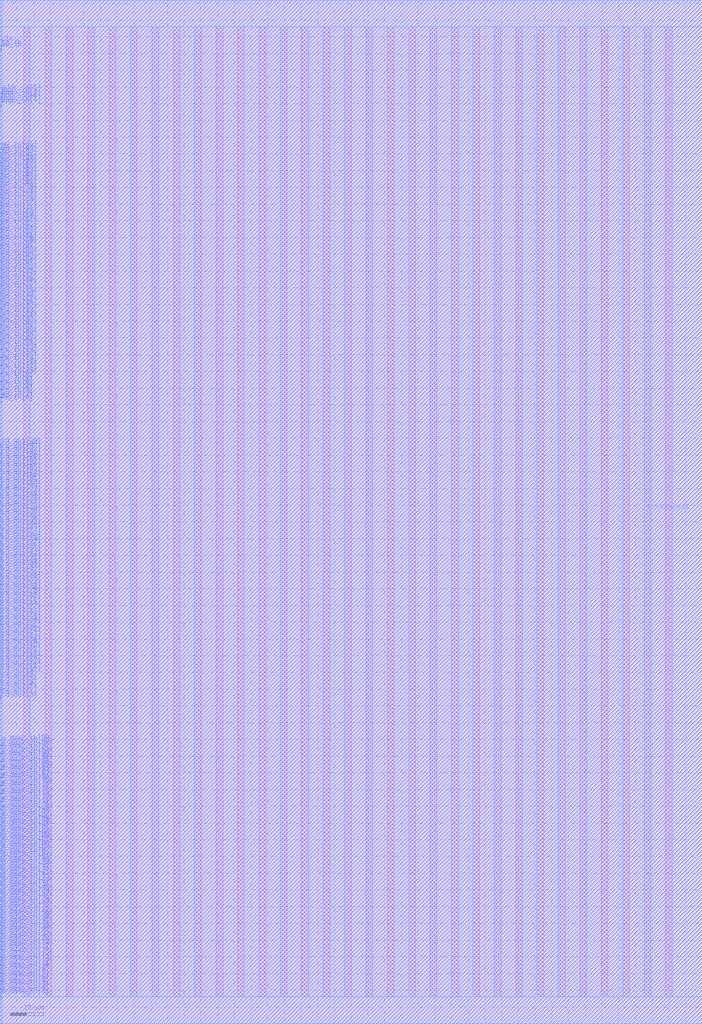
<source format=lef>
VERSION 5.7 ;
BUSBITCHARS "[]" ;
MACRO fakeram130_64x96
  FOREIGN fakeram130_64x96 0 0 ;
  SYMMETRY X Y R90 ;
  SIZE 210.000 BY 306.000 ;
  CLASS BLOCK ;
  PIN w_mask_in[0]
    DIRECTION INPUT ;
    USE SIGNAL ;
    SHAPE ABUTMENT ;
    PORT
      LAYER met3 ;
      RECT 0.000 7.750 0.500 8.250 ;
    END
  END w_mask_in[0]
  PIN w_mask_in[1]
    DIRECTION INPUT ;
    USE SIGNAL ;
    SHAPE ABUTMENT ;
    PORT
      LAYER met3 ;
      RECT 0.000 8.550 0.500 9.050 ;
    END
  END w_mask_in[1]
  PIN w_mask_in[2]
    DIRECTION INPUT ;
    USE SIGNAL ;
    SHAPE ABUTMENT ;
    PORT
      LAYER met3 ;
      RECT 0.000 9.350 0.500 9.850 ;
    END
  END w_mask_in[2]
  PIN w_mask_in[3]
    DIRECTION INPUT ;
    USE SIGNAL ;
    SHAPE ABUTMENT ;
    PORT
      LAYER met3 ;
      RECT 0.000 10.150 0.500 10.650 ;
    END
  END w_mask_in[3]
  PIN w_mask_in[4]
    DIRECTION INPUT ;
    USE SIGNAL ;
    SHAPE ABUTMENT ;
    PORT
      LAYER met3 ;
      RECT 0.000 10.950 0.500 11.450 ;
    END
  END w_mask_in[4]
  PIN w_mask_in[5]
    DIRECTION INPUT ;
    USE SIGNAL ;
    SHAPE ABUTMENT ;
    PORT
      LAYER met3 ;
      RECT 0.000 11.750 0.500 12.250 ;
    END
  END w_mask_in[5]
  PIN w_mask_in[6]
    DIRECTION INPUT ;
    USE SIGNAL ;
    SHAPE ABUTMENT ;
    PORT
      LAYER met3 ;
      RECT 0.000 12.550 0.500 13.050 ;
    END
  END w_mask_in[6]
  PIN w_mask_in[7]
    DIRECTION INPUT ;
    USE SIGNAL ;
    SHAPE ABUTMENT ;
    PORT
      LAYER met3 ;
      RECT 0.000 13.350 0.500 13.850 ;
    END
  END w_mask_in[7]
  PIN w_mask_in[8]
    DIRECTION INPUT ;
    USE SIGNAL ;
    SHAPE ABUTMENT ;
    PORT
      LAYER met3 ;
      RECT 0.000 14.150 0.500 14.650 ;
    END
  END w_mask_in[8]
  PIN w_mask_in[9]
    DIRECTION INPUT ;
    USE SIGNAL ;
    SHAPE ABUTMENT ;
    PORT
      LAYER met3 ;
      RECT 0.000 14.950 0.500 15.450 ;
    END
  END w_mask_in[9]
  PIN w_mask_in[10]
    DIRECTION INPUT ;
    USE SIGNAL ;
    SHAPE ABUTMENT ;
    PORT
      LAYER met3 ;
      RECT 0.000 15.750 0.500 16.250 ;
    END
  END w_mask_in[10]
  PIN w_mask_in[11]
    DIRECTION INPUT ;
    USE SIGNAL ;
    SHAPE ABUTMENT ;
    PORT
      LAYER met3 ;
      RECT 0.000 16.550 0.500 17.050 ;
    END
  END w_mask_in[11]
  PIN w_mask_in[12]
    DIRECTION INPUT ;
    USE SIGNAL ;
    SHAPE ABUTMENT ;
    PORT
      LAYER met3 ;
      RECT 0.000 17.350 0.500 17.850 ;
    END
  END w_mask_in[12]
  PIN w_mask_in[13]
    DIRECTION INPUT ;
    USE SIGNAL ;
    SHAPE ABUTMENT ;
    PORT
      LAYER met3 ;
      RECT 0.000 18.150 0.500 18.650 ;
    END
  END w_mask_in[13]
  PIN w_mask_in[14]
    DIRECTION INPUT ;
    USE SIGNAL ;
    SHAPE ABUTMENT ;
    PORT
      LAYER met3 ;
      RECT 0.000 18.950 0.500 19.450 ;
    END
  END w_mask_in[14]
  PIN w_mask_in[15]
    DIRECTION INPUT ;
    USE SIGNAL ;
    SHAPE ABUTMENT ;
    PORT
      LAYER met3 ;
      RECT 0.000 19.750 0.500 20.250 ;
    END
  END w_mask_in[15]
  PIN w_mask_in[16]
    DIRECTION INPUT ;
    USE SIGNAL ;
    SHAPE ABUTMENT ;
    PORT
      LAYER met3 ;
      RECT 0.000 20.550 0.500 21.050 ;
    END
  END w_mask_in[16]
  PIN w_mask_in[17]
    DIRECTION INPUT ;
    USE SIGNAL ;
    SHAPE ABUTMENT ;
    PORT
      LAYER met3 ;
      RECT 0.000 21.350 0.500 21.850 ;
    END
  END w_mask_in[17]
  PIN w_mask_in[18]
    DIRECTION INPUT ;
    USE SIGNAL ;
    SHAPE ABUTMENT ;
    PORT
      LAYER met3 ;
      RECT 0.000 22.150 0.500 22.650 ;
    END
  END w_mask_in[18]
  PIN w_mask_in[19]
    DIRECTION INPUT ;
    USE SIGNAL ;
    SHAPE ABUTMENT ;
    PORT
      LAYER met3 ;
      RECT 0.000 22.950 0.500 23.450 ;
    END
  END w_mask_in[19]
  PIN w_mask_in[20]
    DIRECTION INPUT ;
    USE SIGNAL ;
    SHAPE ABUTMENT ;
    PORT
      LAYER met3 ;
      RECT 0.000 23.750 0.500 24.250 ;
    END
  END w_mask_in[20]
  PIN w_mask_in[21]
    DIRECTION INPUT ;
    USE SIGNAL ;
    SHAPE ABUTMENT ;
    PORT
      LAYER met3 ;
      RECT 0.000 24.550 0.500 25.050 ;
    END
  END w_mask_in[21]
  PIN w_mask_in[22]
    DIRECTION INPUT ;
    USE SIGNAL ;
    SHAPE ABUTMENT ;
    PORT
      LAYER met3 ;
      RECT 0.000 25.350 0.500 25.850 ;
    END
  END w_mask_in[22]
  PIN w_mask_in[23]
    DIRECTION INPUT ;
    USE SIGNAL ;
    SHAPE ABUTMENT ;
    PORT
      LAYER met3 ;
      RECT 0.000 26.150 0.500 26.650 ;
    END
  END w_mask_in[23]
  PIN w_mask_in[24]
    DIRECTION INPUT ;
    USE SIGNAL ;
    SHAPE ABUTMENT ;
    PORT
      LAYER met3 ;
      RECT 0.000 26.950 0.500 27.450 ;
    END
  END w_mask_in[24]
  PIN w_mask_in[25]
    DIRECTION INPUT ;
    USE SIGNAL ;
    SHAPE ABUTMENT ;
    PORT
      LAYER met3 ;
      RECT 0.000 27.750 0.500 28.250 ;
    END
  END w_mask_in[25]
  PIN w_mask_in[26]
    DIRECTION INPUT ;
    USE SIGNAL ;
    SHAPE ABUTMENT ;
    PORT
      LAYER met3 ;
      RECT 0.000 28.550 0.500 29.050 ;
    END
  END w_mask_in[26]
  PIN w_mask_in[27]
    DIRECTION INPUT ;
    USE SIGNAL ;
    SHAPE ABUTMENT ;
    PORT
      LAYER met3 ;
      RECT 0.000 29.350 0.500 29.850 ;
    END
  END w_mask_in[27]
  PIN w_mask_in[28]
    DIRECTION INPUT ;
    USE SIGNAL ;
    SHAPE ABUTMENT ;
    PORT
      LAYER met3 ;
      RECT 0.000 30.150 0.500 30.650 ;
    END
  END w_mask_in[28]
  PIN w_mask_in[29]
    DIRECTION INPUT ;
    USE SIGNAL ;
    SHAPE ABUTMENT ;
    PORT
      LAYER met3 ;
      RECT 0.000 30.950 0.500 31.450 ;
    END
  END w_mask_in[29]
  PIN w_mask_in[30]
    DIRECTION INPUT ;
    USE SIGNAL ;
    SHAPE ABUTMENT ;
    PORT
      LAYER met3 ;
      RECT 0.000 31.750 0.500 32.250 ;
    END
  END w_mask_in[30]
  PIN w_mask_in[31]
    DIRECTION INPUT ;
    USE SIGNAL ;
    SHAPE ABUTMENT ;
    PORT
      LAYER met3 ;
      RECT 0.000 32.550 0.500 33.050 ;
    END
  END w_mask_in[31]
  PIN w_mask_in[32]
    DIRECTION INPUT ;
    USE SIGNAL ;
    SHAPE ABUTMENT ;
    PORT
      LAYER met3 ;
      RECT 0.000 33.350 0.500 33.850 ;
    END
  END w_mask_in[32]
  PIN w_mask_in[33]
    DIRECTION INPUT ;
    USE SIGNAL ;
    SHAPE ABUTMENT ;
    PORT
      LAYER met3 ;
      RECT 0.000 34.150 0.500 34.650 ;
    END
  END w_mask_in[33]
  PIN w_mask_in[34]
    DIRECTION INPUT ;
    USE SIGNAL ;
    SHAPE ABUTMENT ;
    PORT
      LAYER met3 ;
      RECT 0.000 34.950 0.500 35.450 ;
    END
  END w_mask_in[34]
  PIN w_mask_in[35]
    DIRECTION INPUT ;
    USE SIGNAL ;
    SHAPE ABUTMENT ;
    PORT
      LAYER met3 ;
      RECT 0.000 35.750 0.500 36.250 ;
    END
  END w_mask_in[35]
  PIN w_mask_in[36]
    DIRECTION INPUT ;
    USE SIGNAL ;
    SHAPE ABUTMENT ;
    PORT
      LAYER met3 ;
      RECT 0.000 36.550 0.500 37.050 ;
    END
  END w_mask_in[36]
  PIN w_mask_in[37]
    DIRECTION INPUT ;
    USE SIGNAL ;
    SHAPE ABUTMENT ;
    PORT
      LAYER met3 ;
      RECT 0.000 37.350 0.500 37.850 ;
    END
  END w_mask_in[37]
  PIN w_mask_in[38]
    DIRECTION INPUT ;
    USE SIGNAL ;
    SHAPE ABUTMENT ;
    PORT
      LAYER met3 ;
      RECT 0.000 38.150 0.500 38.650 ;
    END
  END w_mask_in[38]
  PIN w_mask_in[39]
    DIRECTION INPUT ;
    USE SIGNAL ;
    SHAPE ABUTMENT ;
    PORT
      LAYER met3 ;
      RECT 0.000 38.950 0.500 39.450 ;
    END
  END w_mask_in[39]
  PIN w_mask_in[40]
    DIRECTION INPUT ;
    USE SIGNAL ;
    SHAPE ABUTMENT ;
    PORT
      LAYER met3 ;
      RECT 0.000 39.750 0.500 40.250 ;
    END
  END w_mask_in[40]
  PIN w_mask_in[41]
    DIRECTION INPUT ;
    USE SIGNAL ;
    SHAPE ABUTMENT ;
    PORT
      LAYER met3 ;
      RECT 0.000 40.550 0.500 41.050 ;
    END
  END w_mask_in[41]
  PIN w_mask_in[42]
    DIRECTION INPUT ;
    USE SIGNAL ;
    SHAPE ABUTMENT ;
    PORT
      LAYER met3 ;
      RECT 0.000 41.350 0.500 41.850 ;
    END
  END w_mask_in[42]
  PIN w_mask_in[43]
    DIRECTION INPUT ;
    USE SIGNAL ;
    SHAPE ABUTMENT ;
    PORT
      LAYER met3 ;
      RECT 0.000 42.150 0.500 42.650 ;
    END
  END w_mask_in[43]
  PIN w_mask_in[44]
    DIRECTION INPUT ;
    USE SIGNAL ;
    SHAPE ABUTMENT ;
    PORT
      LAYER met3 ;
      RECT 0.000 42.950 0.500 43.450 ;
    END
  END w_mask_in[44]
  PIN w_mask_in[45]
    DIRECTION INPUT ;
    USE SIGNAL ;
    SHAPE ABUTMENT ;
    PORT
      LAYER met3 ;
      RECT 0.000 43.750 0.500 44.250 ;
    END
  END w_mask_in[45]
  PIN w_mask_in[46]
    DIRECTION INPUT ;
    USE SIGNAL ;
    SHAPE ABUTMENT ;
    PORT
      LAYER met3 ;
      RECT 0.000 44.550 0.500 45.050 ;
    END
  END w_mask_in[46]
  PIN w_mask_in[47]
    DIRECTION INPUT ;
    USE SIGNAL ;
    SHAPE ABUTMENT ;
    PORT
      LAYER met3 ;
      RECT 0.000 45.350 0.500 45.850 ;
    END
  END w_mask_in[47]
  PIN w_mask_in[48]
    DIRECTION INPUT ;
    USE SIGNAL ;
    SHAPE ABUTMENT ;
    PORT
      LAYER met3 ;
      RECT 0.000 46.150 0.500 46.650 ;
    END
  END w_mask_in[48]
  PIN w_mask_in[49]
    DIRECTION INPUT ;
    USE SIGNAL ;
    SHAPE ABUTMENT ;
    PORT
      LAYER met3 ;
      RECT 0.000 46.950 0.500 47.450 ;
    END
  END w_mask_in[49]
  PIN w_mask_in[50]
    DIRECTION INPUT ;
    USE SIGNAL ;
    SHAPE ABUTMENT ;
    PORT
      LAYER met3 ;
      RECT 0.000 47.750 0.500 48.250 ;
    END
  END w_mask_in[50]
  PIN w_mask_in[51]
    DIRECTION INPUT ;
    USE SIGNAL ;
    SHAPE ABUTMENT ;
    PORT
      LAYER met3 ;
      RECT 0.000 48.550 0.500 49.050 ;
    END
  END w_mask_in[51]
  PIN w_mask_in[52]
    DIRECTION INPUT ;
    USE SIGNAL ;
    SHAPE ABUTMENT ;
    PORT
      LAYER met3 ;
      RECT 0.000 49.350 0.500 49.850 ;
    END
  END w_mask_in[52]
  PIN w_mask_in[53]
    DIRECTION INPUT ;
    USE SIGNAL ;
    SHAPE ABUTMENT ;
    PORT
      LAYER met3 ;
      RECT 0.000 50.150 0.500 50.650 ;
    END
  END w_mask_in[53]
  PIN w_mask_in[54]
    DIRECTION INPUT ;
    USE SIGNAL ;
    SHAPE ABUTMENT ;
    PORT
      LAYER met3 ;
      RECT 0.000 50.950 0.500 51.450 ;
    END
  END w_mask_in[54]
  PIN w_mask_in[55]
    DIRECTION INPUT ;
    USE SIGNAL ;
    SHAPE ABUTMENT ;
    PORT
      LAYER met3 ;
      RECT 0.000 51.750 0.500 52.250 ;
    END
  END w_mask_in[55]
  PIN w_mask_in[56]
    DIRECTION INPUT ;
    USE SIGNAL ;
    SHAPE ABUTMENT ;
    PORT
      LAYER met3 ;
      RECT 0.000 52.550 0.500 53.050 ;
    END
  END w_mask_in[56]
  PIN w_mask_in[57]
    DIRECTION INPUT ;
    USE SIGNAL ;
    SHAPE ABUTMENT ;
    PORT
      LAYER met3 ;
      RECT 0.000 53.350 0.500 53.850 ;
    END
  END w_mask_in[57]
  PIN w_mask_in[58]
    DIRECTION INPUT ;
    USE SIGNAL ;
    SHAPE ABUTMENT ;
    PORT
      LAYER met3 ;
      RECT 0.000 54.150 0.500 54.650 ;
    END
  END w_mask_in[58]
  PIN w_mask_in[59]
    DIRECTION INPUT ;
    USE SIGNAL ;
    SHAPE ABUTMENT ;
    PORT
      LAYER met3 ;
      RECT 0.000 54.950 0.500 55.450 ;
    END
  END w_mask_in[59]
  PIN w_mask_in[60]
    DIRECTION INPUT ;
    USE SIGNAL ;
    SHAPE ABUTMENT ;
    PORT
      LAYER met3 ;
      RECT 0.000 55.750 0.500 56.250 ;
    END
  END w_mask_in[60]
  PIN w_mask_in[61]
    DIRECTION INPUT ;
    USE SIGNAL ;
    SHAPE ABUTMENT ;
    PORT
      LAYER met3 ;
      RECT 0.000 56.550 0.500 57.050 ;
    END
  END w_mask_in[61]
  PIN w_mask_in[62]
    DIRECTION INPUT ;
    USE SIGNAL ;
    SHAPE ABUTMENT ;
    PORT
      LAYER met3 ;
      RECT 0.000 57.350 0.500 57.850 ;
    END
  END w_mask_in[62]
  PIN w_mask_in[63]
    DIRECTION INPUT ;
    USE SIGNAL ;
    SHAPE ABUTMENT ;
    PORT
      LAYER met3 ;
      RECT 0.000 58.150 0.500 58.650 ;
    END
  END w_mask_in[63]
  PIN w_mask_in[64]
    DIRECTION INPUT ;
    USE SIGNAL ;
    SHAPE ABUTMENT ;
    PORT
      LAYER met3 ;
      RECT 0.000 58.950 0.500 59.450 ;
    END
  END w_mask_in[64]
  PIN w_mask_in[65]
    DIRECTION INPUT ;
    USE SIGNAL ;
    SHAPE ABUTMENT ;
    PORT
      LAYER met3 ;
      RECT 0.000 59.750 0.500 60.250 ;
    END
  END w_mask_in[65]
  PIN w_mask_in[66]
    DIRECTION INPUT ;
    USE SIGNAL ;
    SHAPE ABUTMENT ;
    PORT
      LAYER met3 ;
      RECT 0.000 60.550 0.500 61.050 ;
    END
  END w_mask_in[66]
  PIN w_mask_in[67]
    DIRECTION INPUT ;
    USE SIGNAL ;
    SHAPE ABUTMENT ;
    PORT
      LAYER met3 ;
      RECT 0.000 61.350 0.500 61.850 ;
    END
  END w_mask_in[67]
  PIN w_mask_in[68]
    DIRECTION INPUT ;
    USE SIGNAL ;
    SHAPE ABUTMENT ;
    PORT
      LAYER met3 ;
      RECT 0.000 62.150 0.500 62.650 ;
    END
  END w_mask_in[68]
  PIN w_mask_in[69]
    DIRECTION INPUT ;
    USE SIGNAL ;
    SHAPE ABUTMENT ;
    PORT
      LAYER met3 ;
      RECT 0.000 62.950 0.500 63.450 ;
    END
  END w_mask_in[69]
  PIN w_mask_in[70]
    DIRECTION INPUT ;
    USE SIGNAL ;
    SHAPE ABUTMENT ;
    PORT
      LAYER met3 ;
      RECT 0.000 63.750 0.500 64.250 ;
    END
  END w_mask_in[70]
  PIN w_mask_in[71]
    DIRECTION INPUT ;
    USE SIGNAL ;
    SHAPE ABUTMENT ;
    PORT
      LAYER met3 ;
      RECT 0.000 64.550 0.500 65.050 ;
    END
  END w_mask_in[71]
  PIN w_mask_in[72]
    DIRECTION INPUT ;
    USE SIGNAL ;
    SHAPE ABUTMENT ;
    PORT
      LAYER met3 ;
      RECT 0.000 65.350 0.500 65.850 ;
    END
  END w_mask_in[72]
  PIN w_mask_in[73]
    DIRECTION INPUT ;
    USE SIGNAL ;
    SHAPE ABUTMENT ;
    PORT
      LAYER met3 ;
      RECT 0.000 66.150 0.500 66.650 ;
    END
  END w_mask_in[73]
  PIN w_mask_in[74]
    DIRECTION INPUT ;
    USE SIGNAL ;
    SHAPE ABUTMENT ;
    PORT
      LAYER met3 ;
      RECT 0.000 66.950 0.500 67.450 ;
    END
  END w_mask_in[74]
  PIN w_mask_in[75]
    DIRECTION INPUT ;
    USE SIGNAL ;
    SHAPE ABUTMENT ;
    PORT
      LAYER met3 ;
      RECT 0.000 67.750 0.500 68.250 ;
    END
  END w_mask_in[75]
  PIN w_mask_in[76]
    DIRECTION INPUT ;
    USE SIGNAL ;
    SHAPE ABUTMENT ;
    PORT
      LAYER met3 ;
      RECT 0.000 68.550 0.500 69.050 ;
    END
  END w_mask_in[76]
  PIN w_mask_in[77]
    DIRECTION INPUT ;
    USE SIGNAL ;
    SHAPE ABUTMENT ;
    PORT
      LAYER met3 ;
      RECT 0.000 69.350 0.500 69.850 ;
    END
  END w_mask_in[77]
  PIN w_mask_in[78]
    DIRECTION INPUT ;
    USE SIGNAL ;
    SHAPE ABUTMENT ;
    PORT
      LAYER met3 ;
      RECT 0.000 70.150 0.500 70.650 ;
    END
  END w_mask_in[78]
  PIN w_mask_in[79]
    DIRECTION INPUT ;
    USE SIGNAL ;
    SHAPE ABUTMENT ;
    PORT
      LAYER met3 ;
      RECT 0.000 70.950 0.500 71.450 ;
    END
  END w_mask_in[79]
  PIN w_mask_in[80]
    DIRECTION INPUT ;
    USE SIGNAL ;
    SHAPE ABUTMENT ;
    PORT
      LAYER met3 ;
      RECT 0.000 71.750 0.500 72.250 ;
    END
  END w_mask_in[80]
  PIN w_mask_in[81]
    DIRECTION INPUT ;
    USE SIGNAL ;
    SHAPE ABUTMENT ;
    PORT
      LAYER met3 ;
      RECT 0.000 72.550 0.500 73.050 ;
    END
  END w_mask_in[81]
  PIN w_mask_in[82]
    DIRECTION INPUT ;
    USE SIGNAL ;
    SHAPE ABUTMENT ;
    PORT
      LAYER met3 ;
      RECT 0.000 73.350 0.500 73.850 ;
    END
  END w_mask_in[82]
  PIN w_mask_in[83]
    DIRECTION INPUT ;
    USE SIGNAL ;
    SHAPE ABUTMENT ;
    PORT
      LAYER met3 ;
      RECT 0.000 74.150 0.500 74.650 ;
    END
  END w_mask_in[83]
  PIN w_mask_in[84]
    DIRECTION INPUT ;
    USE SIGNAL ;
    SHAPE ABUTMENT ;
    PORT
      LAYER met3 ;
      RECT 0.000 74.950 0.500 75.450 ;
    END
  END w_mask_in[84]
  PIN w_mask_in[85]
    DIRECTION INPUT ;
    USE SIGNAL ;
    SHAPE ABUTMENT ;
    PORT
      LAYER met3 ;
      RECT 0.000 75.750 0.500 76.250 ;
    END
  END w_mask_in[85]
  PIN w_mask_in[86]
    DIRECTION INPUT ;
    USE SIGNAL ;
    SHAPE ABUTMENT ;
    PORT
      LAYER met3 ;
      RECT 0.000 76.550 0.500 77.050 ;
    END
  END w_mask_in[86]
  PIN w_mask_in[87]
    DIRECTION INPUT ;
    USE SIGNAL ;
    SHAPE ABUTMENT ;
    PORT
      LAYER met3 ;
      RECT 0.000 77.350 0.500 77.850 ;
    END
  END w_mask_in[87]
  PIN w_mask_in[88]
    DIRECTION INPUT ;
    USE SIGNAL ;
    SHAPE ABUTMENT ;
    PORT
      LAYER met3 ;
      RECT 0.000 78.150 0.500 78.650 ;
    END
  END w_mask_in[88]
  PIN w_mask_in[89]
    DIRECTION INPUT ;
    USE SIGNAL ;
    SHAPE ABUTMENT ;
    PORT
      LAYER met3 ;
      RECT 0.000 78.950 0.500 79.450 ;
    END
  END w_mask_in[89]
  PIN w_mask_in[90]
    DIRECTION INPUT ;
    USE SIGNAL ;
    SHAPE ABUTMENT ;
    PORT
      LAYER met3 ;
      RECT 0.000 79.750 0.500 80.250 ;
    END
  END w_mask_in[90]
  PIN w_mask_in[91]
    DIRECTION INPUT ;
    USE SIGNAL ;
    SHAPE ABUTMENT ;
    PORT
      LAYER met3 ;
      RECT 0.000 80.550 0.500 81.050 ;
    END
  END w_mask_in[91]
  PIN w_mask_in[92]
    DIRECTION INPUT ;
    USE SIGNAL ;
    SHAPE ABUTMENT ;
    PORT
      LAYER met3 ;
      RECT 0.000 81.350 0.500 81.850 ;
    END
  END w_mask_in[92]
  PIN w_mask_in[93]
    DIRECTION INPUT ;
    USE SIGNAL ;
    SHAPE ABUTMENT ;
    PORT
      LAYER met3 ;
      RECT 0.000 82.150 0.500 82.650 ;
    END
  END w_mask_in[93]
  PIN w_mask_in[94]
    DIRECTION INPUT ;
    USE SIGNAL ;
    SHAPE ABUTMENT ;
    PORT
      LAYER met3 ;
      RECT 0.000 82.950 0.500 83.450 ;
    END
  END w_mask_in[94]
  PIN w_mask_in[95]
    DIRECTION INPUT ;
    USE SIGNAL ;
    SHAPE ABUTMENT ;
    PORT
      LAYER met3 ;
      RECT 0.000 83.750 0.500 84.250 ;
    END
  END w_mask_in[95]
  PIN rd_out[0]
    DIRECTION OUTPUT ;
    USE SIGNAL ;
    SHAPE ABUTMENT ;
    PORT
      LAYER met3 ;
      RECT 0.000 96.550 0.500 97.050 ;
    END
  END rd_out[0]
  PIN rd_out[1]
    DIRECTION OUTPUT ;
    USE SIGNAL ;
    SHAPE ABUTMENT ;
    PORT
      LAYER met3 ;
      RECT 0.000 97.350 0.500 97.850 ;
    END
  END rd_out[1]
  PIN rd_out[2]
    DIRECTION OUTPUT ;
    USE SIGNAL ;
    SHAPE ABUTMENT ;
    PORT
      LAYER met3 ;
      RECT 0.000 98.150 0.500 98.650 ;
    END
  END rd_out[2]
  PIN rd_out[3]
    DIRECTION OUTPUT ;
    USE SIGNAL ;
    SHAPE ABUTMENT ;
    PORT
      LAYER met3 ;
      RECT 0.000 98.950 0.500 99.450 ;
    END
  END rd_out[3]
  PIN rd_out[4]
    DIRECTION OUTPUT ;
    USE SIGNAL ;
    SHAPE ABUTMENT ;
    PORT
      LAYER met3 ;
      RECT 0.000 99.750 0.500 100.250 ;
    END
  END rd_out[4]
  PIN rd_out[5]
    DIRECTION OUTPUT ;
    USE SIGNAL ;
    SHAPE ABUTMENT ;
    PORT
      LAYER met3 ;
      RECT 0.000 100.550 0.500 101.050 ;
    END
  END rd_out[5]
  PIN rd_out[6]
    DIRECTION OUTPUT ;
    USE SIGNAL ;
    SHAPE ABUTMENT ;
    PORT
      LAYER met3 ;
      RECT 0.000 101.350 0.500 101.850 ;
    END
  END rd_out[6]
  PIN rd_out[7]
    DIRECTION OUTPUT ;
    USE SIGNAL ;
    SHAPE ABUTMENT ;
    PORT
      LAYER met3 ;
      RECT 0.000 102.150 0.500 102.650 ;
    END
  END rd_out[7]
  PIN rd_out[8]
    DIRECTION OUTPUT ;
    USE SIGNAL ;
    SHAPE ABUTMENT ;
    PORT
      LAYER met3 ;
      RECT 0.000 102.950 0.500 103.450 ;
    END
  END rd_out[8]
  PIN rd_out[9]
    DIRECTION OUTPUT ;
    USE SIGNAL ;
    SHAPE ABUTMENT ;
    PORT
      LAYER met3 ;
      RECT 0.000 103.750 0.500 104.250 ;
    END
  END rd_out[9]
  PIN rd_out[10]
    DIRECTION OUTPUT ;
    USE SIGNAL ;
    SHAPE ABUTMENT ;
    PORT
      LAYER met3 ;
      RECT 0.000 104.550 0.500 105.050 ;
    END
  END rd_out[10]
  PIN rd_out[11]
    DIRECTION OUTPUT ;
    USE SIGNAL ;
    SHAPE ABUTMENT ;
    PORT
      LAYER met3 ;
      RECT 0.000 105.350 0.500 105.850 ;
    END
  END rd_out[11]
  PIN rd_out[12]
    DIRECTION OUTPUT ;
    USE SIGNAL ;
    SHAPE ABUTMENT ;
    PORT
      LAYER met3 ;
      RECT 0.000 106.150 0.500 106.650 ;
    END
  END rd_out[12]
  PIN rd_out[13]
    DIRECTION OUTPUT ;
    USE SIGNAL ;
    SHAPE ABUTMENT ;
    PORT
      LAYER met3 ;
      RECT 0.000 106.950 0.500 107.450 ;
    END
  END rd_out[13]
  PIN rd_out[14]
    DIRECTION OUTPUT ;
    USE SIGNAL ;
    SHAPE ABUTMENT ;
    PORT
      LAYER met3 ;
      RECT 0.000 107.750 0.500 108.250 ;
    END
  END rd_out[14]
  PIN rd_out[15]
    DIRECTION OUTPUT ;
    USE SIGNAL ;
    SHAPE ABUTMENT ;
    PORT
      LAYER met3 ;
      RECT 0.000 108.550 0.500 109.050 ;
    END
  END rd_out[15]
  PIN rd_out[16]
    DIRECTION OUTPUT ;
    USE SIGNAL ;
    SHAPE ABUTMENT ;
    PORT
      LAYER met3 ;
      RECT 0.000 109.350 0.500 109.850 ;
    END
  END rd_out[16]
  PIN rd_out[17]
    DIRECTION OUTPUT ;
    USE SIGNAL ;
    SHAPE ABUTMENT ;
    PORT
      LAYER met3 ;
      RECT 0.000 110.150 0.500 110.650 ;
    END
  END rd_out[17]
  PIN rd_out[18]
    DIRECTION OUTPUT ;
    USE SIGNAL ;
    SHAPE ABUTMENT ;
    PORT
      LAYER met3 ;
      RECT 0.000 110.950 0.500 111.450 ;
    END
  END rd_out[18]
  PIN rd_out[19]
    DIRECTION OUTPUT ;
    USE SIGNAL ;
    SHAPE ABUTMENT ;
    PORT
      LAYER met3 ;
      RECT 0.000 111.750 0.500 112.250 ;
    END
  END rd_out[19]
  PIN rd_out[20]
    DIRECTION OUTPUT ;
    USE SIGNAL ;
    SHAPE ABUTMENT ;
    PORT
      LAYER met3 ;
      RECT 0.000 112.550 0.500 113.050 ;
    END
  END rd_out[20]
  PIN rd_out[21]
    DIRECTION OUTPUT ;
    USE SIGNAL ;
    SHAPE ABUTMENT ;
    PORT
      LAYER met3 ;
      RECT 0.000 113.350 0.500 113.850 ;
    END
  END rd_out[21]
  PIN rd_out[22]
    DIRECTION OUTPUT ;
    USE SIGNAL ;
    SHAPE ABUTMENT ;
    PORT
      LAYER met3 ;
      RECT 0.000 114.150 0.500 114.650 ;
    END
  END rd_out[22]
  PIN rd_out[23]
    DIRECTION OUTPUT ;
    USE SIGNAL ;
    SHAPE ABUTMENT ;
    PORT
      LAYER met3 ;
      RECT 0.000 114.950 0.500 115.450 ;
    END
  END rd_out[23]
  PIN rd_out[24]
    DIRECTION OUTPUT ;
    USE SIGNAL ;
    SHAPE ABUTMENT ;
    PORT
      LAYER met3 ;
      RECT 0.000 115.750 0.500 116.250 ;
    END
  END rd_out[24]
  PIN rd_out[25]
    DIRECTION OUTPUT ;
    USE SIGNAL ;
    SHAPE ABUTMENT ;
    PORT
      LAYER met3 ;
      RECT 0.000 116.550 0.500 117.050 ;
    END
  END rd_out[25]
  PIN rd_out[26]
    DIRECTION OUTPUT ;
    USE SIGNAL ;
    SHAPE ABUTMENT ;
    PORT
      LAYER met3 ;
      RECT 0.000 117.350 0.500 117.850 ;
    END
  END rd_out[26]
  PIN rd_out[27]
    DIRECTION OUTPUT ;
    USE SIGNAL ;
    SHAPE ABUTMENT ;
    PORT
      LAYER met3 ;
      RECT 0.000 118.150 0.500 118.650 ;
    END
  END rd_out[27]
  PIN rd_out[28]
    DIRECTION OUTPUT ;
    USE SIGNAL ;
    SHAPE ABUTMENT ;
    PORT
      LAYER met3 ;
      RECT 0.000 118.950 0.500 119.450 ;
    END
  END rd_out[28]
  PIN rd_out[29]
    DIRECTION OUTPUT ;
    USE SIGNAL ;
    SHAPE ABUTMENT ;
    PORT
      LAYER met3 ;
      RECT 0.000 119.750 0.500 120.250 ;
    END
  END rd_out[29]
  PIN rd_out[30]
    DIRECTION OUTPUT ;
    USE SIGNAL ;
    SHAPE ABUTMENT ;
    PORT
      LAYER met3 ;
      RECT 0.000 120.550 0.500 121.050 ;
    END
  END rd_out[30]
  PIN rd_out[31]
    DIRECTION OUTPUT ;
    USE SIGNAL ;
    SHAPE ABUTMENT ;
    PORT
      LAYER met3 ;
      RECT 0.000 121.350 0.500 121.850 ;
    END
  END rd_out[31]
  PIN rd_out[32]
    DIRECTION OUTPUT ;
    USE SIGNAL ;
    SHAPE ABUTMENT ;
    PORT
      LAYER met3 ;
      RECT 0.000 122.150 0.500 122.650 ;
    END
  END rd_out[32]
  PIN rd_out[33]
    DIRECTION OUTPUT ;
    USE SIGNAL ;
    SHAPE ABUTMENT ;
    PORT
      LAYER met3 ;
      RECT 0.000 122.950 0.500 123.450 ;
    END
  END rd_out[33]
  PIN rd_out[34]
    DIRECTION OUTPUT ;
    USE SIGNAL ;
    SHAPE ABUTMENT ;
    PORT
      LAYER met3 ;
      RECT 0.000 123.750 0.500 124.250 ;
    END
  END rd_out[34]
  PIN rd_out[35]
    DIRECTION OUTPUT ;
    USE SIGNAL ;
    SHAPE ABUTMENT ;
    PORT
      LAYER met3 ;
      RECT 0.000 124.550 0.500 125.050 ;
    END
  END rd_out[35]
  PIN rd_out[36]
    DIRECTION OUTPUT ;
    USE SIGNAL ;
    SHAPE ABUTMENT ;
    PORT
      LAYER met3 ;
      RECT 0.000 125.350 0.500 125.850 ;
    END
  END rd_out[36]
  PIN rd_out[37]
    DIRECTION OUTPUT ;
    USE SIGNAL ;
    SHAPE ABUTMENT ;
    PORT
      LAYER met3 ;
      RECT 0.000 126.150 0.500 126.650 ;
    END
  END rd_out[37]
  PIN rd_out[38]
    DIRECTION OUTPUT ;
    USE SIGNAL ;
    SHAPE ABUTMENT ;
    PORT
      LAYER met3 ;
      RECT 0.000 126.950 0.500 127.450 ;
    END
  END rd_out[38]
  PIN rd_out[39]
    DIRECTION OUTPUT ;
    USE SIGNAL ;
    SHAPE ABUTMENT ;
    PORT
      LAYER met3 ;
      RECT 0.000 127.750 0.500 128.250 ;
    END
  END rd_out[39]
  PIN rd_out[40]
    DIRECTION OUTPUT ;
    USE SIGNAL ;
    SHAPE ABUTMENT ;
    PORT
      LAYER met3 ;
      RECT 0.000 128.550 0.500 129.050 ;
    END
  END rd_out[40]
  PIN rd_out[41]
    DIRECTION OUTPUT ;
    USE SIGNAL ;
    SHAPE ABUTMENT ;
    PORT
      LAYER met3 ;
      RECT 0.000 129.350 0.500 129.850 ;
    END
  END rd_out[41]
  PIN rd_out[42]
    DIRECTION OUTPUT ;
    USE SIGNAL ;
    SHAPE ABUTMENT ;
    PORT
      LAYER met3 ;
      RECT 0.000 130.150 0.500 130.650 ;
    END
  END rd_out[42]
  PIN rd_out[43]
    DIRECTION OUTPUT ;
    USE SIGNAL ;
    SHAPE ABUTMENT ;
    PORT
      LAYER met3 ;
      RECT 0.000 130.950 0.500 131.450 ;
    END
  END rd_out[43]
  PIN rd_out[44]
    DIRECTION OUTPUT ;
    USE SIGNAL ;
    SHAPE ABUTMENT ;
    PORT
      LAYER met3 ;
      RECT 0.000 131.750 0.500 132.250 ;
    END
  END rd_out[44]
  PIN rd_out[45]
    DIRECTION OUTPUT ;
    USE SIGNAL ;
    SHAPE ABUTMENT ;
    PORT
      LAYER met3 ;
      RECT 0.000 132.550 0.500 133.050 ;
    END
  END rd_out[45]
  PIN rd_out[46]
    DIRECTION OUTPUT ;
    USE SIGNAL ;
    SHAPE ABUTMENT ;
    PORT
      LAYER met3 ;
      RECT 0.000 133.350 0.500 133.850 ;
    END
  END rd_out[46]
  PIN rd_out[47]
    DIRECTION OUTPUT ;
    USE SIGNAL ;
    SHAPE ABUTMENT ;
    PORT
      LAYER met3 ;
      RECT 0.000 134.150 0.500 134.650 ;
    END
  END rd_out[47]
  PIN rd_out[48]
    DIRECTION OUTPUT ;
    USE SIGNAL ;
    SHAPE ABUTMENT ;
    PORT
      LAYER met3 ;
      RECT 0.000 134.950 0.500 135.450 ;
    END
  END rd_out[48]
  PIN rd_out[49]
    DIRECTION OUTPUT ;
    USE SIGNAL ;
    SHAPE ABUTMENT ;
    PORT
      LAYER met3 ;
      RECT 0.000 135.750 0.500 136.250 ;
    END
  END rd_out[49]
  PIN rd_out[50]
    DIRECTION OUTPUT ;
    USE SIGNAL ;
    SHAPE ABUTMENT ;
    PORT
      LAYER met3 ;
      RECT 0.000 136.550 0.500 137.050 ;
    END
  END rd_out[50]
  PIN rd_out[51]
    DIRECTION OUTPUT ;
    USE SIGNAL ;
    SHAPE ABUTMENT ;
    PORT
      LAYER met3 ;
      RECT 0.000 137.350 0.500 137.850 ;
    END
  END rd_out[51]
  PIN rd_out[52]
    DIRECTION OUTPUT ;
    USE SIGNAL ;
    SHAPE ABUTMENT ;
    PORT
      LAYER met3 ;
      RECT 0.000 138.150 0.500 138.650 ;
    END
  END rd_out[52]
  PIN rd_out[53]
    DIRECTION OUTPUT ;
    USE SIGNAL ;
    SHAPE ABUTMENT ;
    PORT
      LAYER met3 ;
      RECT 0.000 138.950 0.500 139.450 ;
    END
  END rd_out[53]
  PIN rd_out[54]
    DIRECTION OUTPUT ;
    USE SIGNAL ;
    SHAPE ABUTMENT ;
    PORT
      LAYER met3 ;
      RECT 0.000 139.750 0.500 140.250 ;
    END
  END rd_out[54]
  PIN rd_out[55]
    DIRECTION OUTPUT ;
    USE SIGNAL ;
    SHAPE ABUTMENT ;
    PORT
      LAYER met3 ;
      RECT 0.000 140.550 0.500 141.050 ;
    END
  END rd_out[55]
  PIN rd_out[56]
    DIRECTION OUTPUT ;
    USE SIGNAL ;
    SHAPE ABUTMENT ;
    PORT
      LAYER met3 ;
      RECT 0.000 141.350 0.500 141.850 ;
    END
  END rd_out[56]
  PIN rd_out[57]
    DIRECTION OUTPUT ;
    USE SIGNAL ;
    SHAPE ABUTMENT ;
    PORT
      LAYER met3 ;
      RECT 0.000 142.150 0.500 142.650 ;
    END
  END rd_out[57]
  PIN rd_out[58]
    DIRECTION OUTPUT ;
    USE SIGNAL ;
    SHAPE ABUTMENT ;
    PORT
      LAYER met3 ;
      RECT 0.000 142.950 0.500 143.450 ;
    END
  END rd_out[58]
  PIN rd_out[59]
    DIRECTION OUTPUT ;
    USE SIGNAL ;
    SHAPE ABUTMENT ;
    PORT
      LAYER met3 ;
      RECT 0.000 143.750 0.500 144.250 ;
    END
  END rd_out[59]
  PIN rd_out[60]
    DIRECTION OUTPUT ;
    USE SIGNAL ;
    SHAPE ABUTMENT ;
    PORT
      LAYER met3 ;
      RECT 0.000 144.550 0.500 145.050 ;
    END
  END rd_out[60]
  PIN rd_out[61]
    DIRECTION OUTPUT ;
    USE SIGNAL ;
    SHAPE ABUTMENT ;
    PORT
      LAYER met3 ;
      RECT 0.000 145.350 0.500 145.850 ;
    END
  END rd_out[61]
  PIN rd_out[62]
    DIRECTION OUTPUT ;
    USE SIGNAL ;
    SHAPE ABUTMENT ;
    PORT
      LAYER met3 ;
      RECT 0.000 146.150 0.500 146.650 ;
    END
  END rd_out[62]
  PIN rd_out[63]
    DIRECTION OUTPUT ;
    USE SIGNAL ;
    SHAPE ABUTMENT ;
    PORT
      LAYER met3 ;
      RECT 0.000 146.950 0.500 147.450 ;
    END
  END rd_out[63]
  PIN rd_out[64]
    DIRECTION OUTPUT ;
    USE SIGNAL ;
    SHAPE ABUTMENT ;
    PORT
      LAYER met3 ;
      RECT 0.000 147.750 0.500 148.250 ;
    END
  END rd_out[64]
  PIN rd_out[65]
    DIRECTION OUTPUT ;
    USE SIGNAL ;
    SHAPE ABUTMENT ;
    PORT
      LAYER met3 ;
      RECT 0.000 148.550 0.500 149.050 ;
    END
  END rd_out[65]
  PIN rd_out[66]
    DIRECTION OUTPUT ;
    USE SIGNAL ;
    SHAPE ABUTMENT ;
    PORT
      LAYER met3 ;
      RECT 0.000 149.350 0.500 149.850 ;
    END
  END rd_out[66]
  PIN rd_out[67]
    DIRECTION OUTPUT ;
    USE SIGNAL ;
    SHAPE ABUTMENT ;
    PORT
      LAYER met3 ;
      RECT 0.000 150.150 0.500 150.650 ;
    END
  END rd_out[67]
  PIN rd_out[68]
    DIRECTION OUTPUT ;
    USE SIGNAL ;
    SHAPE ABUTMENT ;
    PORT
      LAYER met3 ;
      RECT 0.000 150.950 0.500 151.450 ;
    END
  END rd_out[68]
  PIN rd_out[69]
    DIRECTION OUTPUT ;
    USE SIGNAL ;
    SHAPE ABUTMENT ;
    PORT
      LAYER met3 ;
      RECT 0.000 151.750 0.500 152.250 ;
    END
  END rd_out[69]
  PIN rd_out[70]
    DIRECTION OUTPUT ;
    USE SIGNAL ;
    SHAPE ABUTMENT ;
    PORT
      LAYER met3 ;
      RECT 0.000 152.550 0.500 153.050 ;
    END
  END rd_out[70]
  PIN rd_out[71]
    DIRECTION OUTPUT ;
    USE SIGNAL ;
    SHAPE ABUTMENT ;
    PORT
      LAYER met3 ;
      RECT 0.000 153.350 0.500 153.850 ;
    END
  END rd_out[71]
  PIN rd_out[72]
    DIRECTION OUTPUT ;
    USE SIGNAL ;
    SHAPE ABUTMENT ;
    PORT
      LAYER met3 ;
      RECT 0.000 154.150 0.500 154.650 ;
    END
  END rd_out[72]
  PIN rd_out[73]
    DIRECTION OUTPUT ;
    USE SIGNAL ;
    SHAPE ABUTMENT ;
    PORT
      LAYER met3 ;
      RECT 0.000 154.950 0.500 155.450 ;
    END
  END rd_out[73]
  PIN rd_out[74]
    DIRECTION OUTPUT ;
    USE SIGNAL ;
    SHAPE ABUTMENT ;
    PORT
      LAYER met3 ;
      RECT 0.000 155.750 0.500 156.250 ;
    END
  END rd_out[74]
  PIN rd_out[75]
    DIRECTION OUTPUT ;
    USE SIGNAL ;
    SHAPE ABUTMENT ;
    PORT
      LAYER met3 ;
      RECT 0.000 156.550 0.500 157.050 ;
    END
  END rd_out[75]
  PIN rd_out[76]
    DIRECTION OUTPUT ;
    USE SIGNAL ;
    SHAPE ABUTMENT ;
    PORT
      LAYER met3 ;
      RECT 0.000 157.350 0.500 157.850 ;
    END
  END rd_out[76]
  PIN rd_out[77]
    DIRECTION OUTPUT ;
    USE SIGNAL ;
    SHAPE ABUTMENT ;
    PORT
      LAYER met3 ;
      RECT 0.000 158.150 0.500 158.650 ;
    END
  END rd_out[77]
  PIN rd_out[78]
    DIRECTION OUTPUT ;
    USE SIGNAL ;
    SHAPE ABUTMENT ;
    PORT
      LAYER met3 ;
      RECT 0.000 158.950 0.500 159.450 ;
    END
  END rd_out[78]
  PIN rd_out[79]
    DIRECTION OUTPUT ;
    USE SIGNAL ;
    SHAPE ABUTMENT ;
    PORT
      LAYER met3 ;
      RECT 0.000 159.750 0.500 160.250 ;
    END
  END rd_out[79]
  PIN rd_out[80]
    DIRECTION OUTPUT ;
    USE SIGNAL ;
    SHAPE ABUTMENT ;
    PORT
      LAYER met3 ;
      RECT 0.000 160.550 0.500 161.050 ;
    END
  END rd_out[80]
  PIN rd_out[81]
    DIRECTION OUTPUT ;
    USE SIGNAL ;
    SHAPE ABUTMENT ;
    PORT
      LAYER met3 ;
      RECT 0.000 161.350 0.500 161.850 ;
    END
  END rd_out[81]
  PIN rd_out[82]
    DIRECTION OUTPUT ;
    USE SIGNAL ;
    SHAPE ABUTMENT ;
    PORT
      LAYER met3 ;
      RECT 0.000 162.150 0.500 162.650 ;
    END
  END rd_out[82]
  PIN rd_out[83]
    DIRECTION OUTPUT ;
    USE SIGNAL ;
    SHAPE ABUTMENT ;
    PORT
      LAYER met3 ;
      RECT 0.000 162.950 0.500 163.450 ;
    END
  END rd_out[83]
  PIN rd_out[84]
    DIRECTION OUTPUT ;
    USE SIGNAL ;
    SHAPE ABUTMENT ;
    PORT
      LAYER met3 ;
      RECT 0.000 163.750 0.500 164.250 ;
    END
  END rd_out[84]
  PIN rd_out[85]
    DIRECTION OUTPUT ;
    USE SIGNAL ;
    SHAPE ABUTMENT ;
    PORT
      LAYER met3 ;
      RECT 0.000 164.550 0.500 165.050 ;
    END
  END rd_out[85]
  PIN rd_out[86]
    DIRECTION OUTPUT ;
    USE SIGNAL ;
    SHAPE ABUTMENT ;
    PORT
      LAYER met3 ;
      RECT 0.000 165.350 0.500 165.850 ;
    END
  END rd_out[86]
  PIN rd_out[87]
    DIRECTION OUTPUT ;
    USE SIGNAL ;
    SHAPE ABUTMENT ;
    PORT
      LAYER met3 ;
      RECT 0.000 166.150 0.500 166.650 ;
    END
  END rd_out[87]
  PIN rd_out[88]
    DIRECTION OUTPUT ;
    USE SIGNAL ;
    SHAPE ABUTMENT ;
    PORT
      LAYER met3 ;
      RECT 0.000 166.950 0.500 167.450 ;
    END
  END rd_out[88]
  PIN rd_out[89]
    DIRECTION OUTPUT ;
    USE SIGNAL ;
    SHAPE ABUTMENT ;
    PORT
      LAYER met3 ;
      RECT 0.000 167.750 0.500 168.250 ;
    END
  END rd_out[89]
  PIN rd_out[90]
    DIRECTION OUTPUT ;
    USE SIGNAL ;
    SHAPE ABUTMENT ;
    PORT
      LAYER met3 ;
      RECT 0.000 168.550 0.500 169.050 ;
    END
  END rd_out[90]
  PIN rd_out[91]
    DIRECTION OUTPUT ;
    USE SIGNAL ;
    SHAPE ABUTMENT ;
    PORT
      LAYER met3 ;
      RECT 0.000 169.350 0.500 169.850 ;
    END
  END rd_out[91]
  PIN rd_out[92]
    DIRECTION OUTPUT ;
    USE SIGNAL ;
    SHAPE ABUTMENT ;
    PORT
      LAYER met3 ;
      RECT 0.000 170.150 0.500 170.650 ;
    END
  END rd_out[92]
  PIN rd_out[93]
    DIRECTION OUTPUT ;
    USE SIGNAL ;
    SHAPE ABUTMENT ;
    PORT
      LAYER met3 ;
      RECT 0.000 170.950 0.500 171.450 ;
    END
  END rd_out[93]
  PIN rd_out[94]
    DIRECTION OUTPUT ;
    USE SIGNAL ;
    SHAPE ABUTMENT ;
    PORT
      LAYER met3 ;
      RECT 0.000 171.750 0.500 172.250 ;
    END
  END rd_out[94]
  PIN rd_out[95]
    DIRECTION OUTPUT ;
    USE SIGNAL ;
    SHAPE ABUTMENT ;
    PORT
      LAYER met3 ;
      RECT 0.000 172.550 0.500 173.050 ;
    END
  END rd_out[95]
  PIN wd_in[0]
    DIRECTION INPUT ;
    USE SIGNAL ;
    SHAPE ABUTMENT ;
    PORT
      LAYER met3 ;
      RECT 0.000 185.350 0.500 185.850 ;
    END
  END wd_in[0]
  PIN wd_in[1]
    DIRECTION INPUT ;
    USE SIGNAL ;
    SHAPE ABUTMENT ;
    PORT
      LAYER met3 ;
      RECT 0.000 186.150 0.500 186.650 ;
    END
  END wd_in[1]
  PIN wd_in[2]
    DIRECTION INPUT ;
    USE SIGNAL ;
    SHAPE ABUTMENT ;
    PORT
      LAYER met3 ;
      RECT 0.000 186.950 0.500 187.450 ;
    END
  END wd_in[2]
  PIN wd_in[3]
    DIRECTION INPUT ;
    USE SIGNAL ;
    SHAPE ABUTMENT ;
    PORT
      LAYER met3 ;
      RECT 0.000 187.750 0.500 188.250 ;
    END
  END wd_in[3]
  PIN wd_in[4]
    DIRECTION INPUT ;
    USE SIGNAL ;
    SHAPE ABUTMENT ;
    PORT
      LAYER met3 ;
      RECT 0.000 188.550 0.500 189.050 ;
    END
  END wd_in[4]
  PIN wd_in[5]
    DIRECTION INPUT ;
    USE SIGNAL ;
    SHAPE ABUTMENT ;
    PORT
      LAYER met3 ;
      RECT 0.000 189.350 0.500 189.850 ;
    END
  END wd_in[5]
  PIN wd_in[6]
    DIRECTION INPUT ;
    USE SIGNAL ;
    SHAPE ABUTMENT ;
    PORT
      LAYER met3 ;
      RECT 0.000 190.150 0.500 190.650 ;
    END
  END wd_in[6]
  PIN wd_in[7]
    DIRECTION INPUT ;
    USE SIGNAL ;
    SHAPE ABUTMENT ;
    PORT
      LAYER met3 ;
      RECT 0.000 190.950 0.500 191.450 ;
    END
  END wd_in[7]
  PIN wd_in[8]
    DIRECTION INPUT ;
    USE SIGNAL ;
    SHAPE ABUTMENT ;
    PORT
      LAYER met3 ;
      RECT 0.000 191.750 0.500 192.250 ;
    END
  END wd_in[8]
  PIN wd_in[9]
    DIRECTION INPUT ;
    USE SIGNAL ;
    SHAPE ABUTMENT ;
    PORT
      LAYER met3 ;
      RECT 0.000 192.550 0.500 193.050 ;
    END
  END wd_in[9]
  PIN wd_in[10]
    DIRECTION INPUT ;
    USE SIGNAL ;
    SHAPE ABUTMENT ;
    PORT
      LAYER met3 ;
      RECT 0.000 193.350 0.500 193.850 ;
    END
  END wd_in[10]
  PIN wd_in[11]
    DIRECTION INPUT ;
    USE SIGNAL ;
    SHAPE ABUTMENT ;
    PORT
      LAYER met3 ;
      RECT 0.000 194.150 0.500 194.650 ;
    END
  END wd_in[11]
  PIN wd_in[12]
    DIRECTION INPUT ;
    USE SIGNAL ;
    SHAPE ABUTMENT ;
    PORT
      LAYER met3 ;
      RECT 0.000 194.950 0.500 195.450 ;
    END
  END wd_in[12]
  PIN wd_in[13]
    DIRECTION INPUT ;
    USE SIGNAL ;
    SHAPE ABUTMENT ;
    PORT
      LAYER met3 ;
      RECT 0.000 195.750 0.500 196.250 ;
    END
  END wd_in[13]
  PIN wd_in[14]
    DIRECTION INPUT ;
    USE SIGNAL ;
    SHAPE ABUTMENT ;
    PORT
      LAYER met3 ;
      RECT 0.000 196.550 0.500 197.050 ;
    END
  END wd_in[14]
  PIN wd_in[15]
    DIRECTION INPUT ;
    USE SIGNAL ;
    SHAPE ABUTMENT ;
    PORT
      LAYER met3 ;
      RECT 0.000 197.350 0.500 197.850 ;
    END
  END wd_in[15]
  PIN wd_in[16]
    DIRECTION INPUT ;
    USE SIGNAL ;
    SHAPE ABUTMENT ;
    PORT
      LAYER met3 ;
      RECT 0.000 198.150 0.500 198.650 ;
    END
  END wd_in[16]
  PIN wd_in[17]
    DIRECTION INPUT ;
    USE SIGNAL ;
    SHAPE ABUTMENT ;
    PORT
      LAYER met3 ;
      RECT 0.000 198.950 0.500 199.450 ;
    END
  END wd_in[17]
  PIN wd_in[18]
    DIRECTION INPUT ;
    USE SIGNAL ;
    SHAPE ABUTMENT ;
    PORT
      LAYER met3 ;
      RECT 0.000 199.750 0.500 200.250 ;
    END
  END wd_in[18]
  PIN wd_in[19]
    DIRECTION INPUT ;
    USE SIGNAL ;
    SHAPE ABUTMENT ;
    PORT
      LAYER met3 ;
      RECT 0.000 200.550 0.500 201.050 ;
    END
  END wd_in[19]
  PIN wd_in[20]
    DIRECTION INPUT ;
    USE SIGNAL ;
    SHAPE ABUTMENT ;
    PORT
      LAYER met3 ;
      RECT 0.000 201.350 0.500 201.850 ;
    END
  END wd_in[20]
  PIN wd_in[21]
    DIRECTION INPUT ;
    USE SIGNAL ;
    SHAPE ABUTMENT ;
    PORT
      LAYER met3 ;
      RECT 0.000 202.150 0.500 202.650 ;
    END
  END wd_in[21]
  PIN wd_in[22]
    DIRECTION INPUT ;
    USE SIGNAL ;
    SHAPE ABUTMENT ;
    PORT
      LAYER met3 ;
      RECT 0.000 202.950 0.500 203.450 ;
    END
  END wd_in[22]
  PIN wd_in[23]
    DIRECTION INPUT ;
    USE SIGNAL ;
    SHAPE ABUTMENT ;
    PORT
      LAYER met3 ;
      RECT 0.000 203.750 0.500 204.250 ;
    END
  END wd_in[23]
  PIN wd_in[24]
    DIRECTION INPUT ;
    USE SIGNAL ;
    SHAPE ABUTMENT ;
    PORT
      LAYER met3 ;
      RECT 0.000 204.550 0.500 205.050 ;
    END
  END wd_in[24]
  PIN wd_in[25]
    DIRECTION INPUT ;
    USE SIGNAL ;
    SHAPE ABUTMENT ;
    PORT
      LAYER met3 ;
      RECT 0.000 205.350 0.500 205.850 ;
    END
  END wd_in[25]
  PIN wd_in[26]
    DIRECTION INPUT ;
    USE SIGNAL ;
    SHAPE ABUTMENT ;
    PORT
      LAYER met3 ;
      RECT 0.000 206.150 0.500 206.650 ;
    END
  END wd_in[26]
  PIN wd_in[27]
    DIRECTION INPUT ;
    USE SIGNAL ;
    SHAPE ABUTMENT ;
    PORT
      LAYER met3 ;
      RECT 0.000 206.950 0.500 207.450 ;
    END
  END wd_in[27]
  PIN wd_in[28]
    DIRECTION INPUT ;
    USE SIGNAL ;
    SHAPE ABUTMENT ;
    PORT
      LAYER met3 ;
      RECT 0.000 207.750 0.500 208.250 ;
    END
  END wd_in[28]
  PIN wd_in[29]
    DIRECTION INPUT ;
    USE SIGNAL ;
    SHAPE ABUTMENT ;
    PORT
      LAYER met3 ;
      RECT 0.000 208.550 0.500 209.050 ;
    END
  END wd_in[29]
  PIN wd_in[30]
    DIRECTION INPUT ;
    USE SIGNAL ;
    SHAPE ABUTMENT ;
    PORT
      LAYER met3 ;
      RECT 0.000 209.350 0.500 209.850 ;
    END
  END wd_in[30]
  PIN wd_in[31]
    DIRECTION INPUT ;
    USE SIGNAL ;
    SHAPE ABUTMENT ;
    PORT
      LAYER met3 ;
      RECT 0.000 210.150 0.500 210.650 ;
    END
  END wd_in[31]
  PIN wd_in[32]
    DIRECTION INPUT ;
    USE SIGNAL ;
    SHAPE ABUTMENT ;
    PORT
      LAYER met3 ;
      RECT 0.000 210.950 0.500 211.450 ;
    END
  END wd_in[32]
  PIN wd_in[33]
    DIRECTION INPUT ;
    USE SIGNAL ;
    SHAPE ABUTMENT ;
    PORT
      LAYER met3 ;
      RECT 0.000 211.750 0.500 212.250 ;
    END
  END wd_in[33]
  PIN wd_in[34]
    DIRECTION INPUT ;
    USE SIGNAL ;
    SHAPE ABUTMENT ;
    PORT
      LAYER met3 ;
      RECT 0.000 212.550 0.500 213.050 ;
    END
  END wd_in[34]
  PIN wd_in[35]
    DIRECTION INPUT ;
    USE SIGNAL ;
    SHAPE ABUTMENT ;
    PORT
      LAYER met3 ;
      RECT 0.000 213.350 0.500 213.850 ;
    END
  END wd_in[35]
  PIN wd_in[36]
    DIRECTION INPUT ;
    USE SIGNAL ;
    SHAPE ABUTMENT ;
    PORT
      LAYER met3 ;
      RECT 0.000 214.150 0.500 214.650 ;
    END
  END wd_in[36]
  PIN wd_in[37]
    DIRECTION INPUT ;
    USE SIGNAL ;
    SHAPE ABUTMENT ;
    PORT
      LAYER met3 ;
      RECT 0.000 214.950 0.500 215.450 ;
    END
  END wd_in[37]
  PIN wd_in[38]
    DIRECTION INPUT ;
    USE SIGNAL ;
    SHAPE ABUTMENT ;
    PORT
      LAYER met3 ;
      RECT 0.000 215.750 0.500 216.250 ;
    END
  END wd_in[38]
  PIN wd_in[39]
    DIRECTION INPUT ;
    USE SIGNAL ;
    SHAPE ABUTMENT ;
    PORT
      LAYER met3 ;
      RECT 0.000 216.550 0.500 217.050 ;
    END
  END wd_in[39]
  PIN wd_in[40]
    DIRECTION INPUT ;
    USE SIGNAL ;
    SHAPE ABUTMENT ;
    PORT
      LAYER met3 ;
      RECT 0.000 217.350 0.500 217.850 ;
    END
  END wd_in[40]
  PIN wd_in[41]
    DIRECTION INPUT ;
    USE SIGNAL ;
    SHAPE ABUTMENT ;
    PORT
      LAYER met3 ;
      RECT 0.000 218.150 0.500 218.650 ;
    END
  END wd_in[41]
  PIN wd_in[42]
    DIRECTION INPUT ;
    USE SIGNAL ;
    SHAPE ABUTMENT ;
    PORT
      LAYER met3 ;
      RECT 0.000 218.950 0.500 219.450 ;
    END
  END wd_in[42]
  PIN wd_in[43]
    DIRECTION INPUT ;
    USE SIGNAL ;
    SHAPE ABUTMENT ;
    PORT
      LAYER met3 ;
      RECT 0.000 219.750 0.500 220.250 ;
    END
  END wd_in[43]
  PIN wd_in[44]
    DIRECTION INPUT ;
    USE SIGNAL ;
    SHAPE ABUTMENT ;
    PORT
      LAYER met3 ;
      RECT 0.000 220.550 0.500 221.050 ;
    END
  END wd_in[44]
  PIN wd_in[45]
    DIRECTION INPUT ;
    USE SIGNAL ;
    SHAPE ABUTMENT ;
    PORT
      LAYER met3 ;
      RECT 0.000 221.350 0.500 221.850 ;
    END
  END wd_in[45]
  PIN wd_in[46]
    DIRECTION INPUT ;
    USE SIGNAL ;
    SHAPE ABUTMENT ;
    PORT
      LAYER met3 ;
      RECT 0.000 222.150 0.500 222.650 ;
    END
  END wd_in[46]
  PIN wd_in[47]
    DIRECTION INPUT ;
    USE SIGNAL ;
    SHAPE ABUTMENT ;
    PORT
      LAYER met3 ;
      RECT 0.000 222.950 0.500 223.450 ;
    END
  END wd_in[47]
  PIN wd_in[48]
    DIRECTION INPUT ;
    USE SIGNAL ;
    SHAPE ABUTMENT ;
    PORT
      LAYER met3 ;
      RECT 0.000 223.750 0.500 224.250 ;
    END
  END wd_in[48]
  PIN wd_in[49]
    DIRECTION INPUT ;
    USE SIGNAL ;
    SHAPE ABUTMENT ;
    PORT
      LAYER met3 ;
      RECT 0.000 224.550 0.500 225.050 ;
    END
  END wd_in[49]
  PIN wd_in[50]
    DIRECTION INPUT ;
    USE SIGNAL ;
    SHAPE ABUTMENT ;
    PORT
      LAYER met3 ;
      RECT 0.000 225.350 0.500 225.850 ;
    END
  END wd_in[50]
  PIN wd_in[51]
    DIRECTION INPUT ;
    USE SIGNAL ;
    SHAPE ABUTMENT ;
    PORT
      LAYER met3 ;
      RECT 0.000 226.150 0.500 226.650 ;
    END
  END wd_in[51]
  PIN wd_in[52]
    DIRECTION INPUT ;
    USE SIGNAL ;
    SHAPE ABUTMENT ;
    PORT
      LAYER met3 ;
      RECT 0.000 226.950 0.500 227.450 ;
    END
  END wd_in[52]
  PIN wd_in[53]
    DIRECTION INPUT ;
    USE SIGNAL ;
    SHAPE ABUTMENT ;
    PORT
      LAYER met3 ;
      RECT 0.000 227.750 0.500 228.250 ;
    END
  END wd_in[53]
  PIN wd_in[54]
    DIRECTION INPUT ;
    USE SIGNAL ;
    SHAPE ABUTMENT ;
    PORT
      LAYER met3 ;
      RECT 0.000 228.550 0.500 229.050 ;
    END
  END wd_in[54]
  PIN wd_in[55]
    DIRECTION INPUT ;
    USE SIGNAL ;
    SHAPE ABUTMENT ;
    PORT
      LAYER met3 ;
      RECT 0.000 229.350 0.500 229.850 ;
    END
  END wd_in[55]
  PIN wd_in[56]
    DIRECTION INPUT ;
    USE SIGNAL ;
    SHAPE ABUTMENT ;
    PORT
      LAYER met3 ;
      RECT 0.000 230.150 0.500 230.650 ;
    END
  END wd_in[56]
  PIN wd_in[57]
    DIRECTION INPUT ;
    USE SIGNAL ;
    SHAPE ABUTMENT ;
    PORT
      LAYER met3 ;
      RECT 0.000 230.950 0.500 231.450 ;
    END
  END wd_in[57]
  PIN wd_in[58]
    DIRECTION INPUT ;
    USE SIGNAL ;
    SHAPE ABUTMENT ;
    PORT
      LAYER met3 ;
      RECT 0.000 231.750 0.500 232.250 ;
    END
  END wd_in[58]
  PIN wd_in[59]
    DIRECTION INPUT ;
    USE SIGNAL ;
    SHAPE ABUTMENT ;
    PORT
      LAYER met3 ;
      RECT 0.000 232.550 0.500 233.050 ;
    END
  END wd_in[59]
  PIN wd_in[60]
    DIRECTION INPUT ;
    USE SIGNAL ;
    SHAPE ABUTMENT ;
    PORT
      LAYER met3 ;
      RECT 0.000 233.350 0.500 233.850 ;
    END
  END wd_in[60]
  PIN wd_in[61]
    DIRECTION INPUT ;
    USE SIGNAL ;
    SHAPE ABUTMENT ;
    PORT
      LAYER met3 ;
      RECT 0.000 234.150 0.500 234.650 ;
    END
  END wd_in[61]
  PIN wd_in[62]
    DIRECTION INPUT ;
    USE SIGNAL ;
    SHAPE ABUTMENT ;
    PORT
      LAYER met3 ;
      RECT 0.000 234.950 0.500 235.450 ;
    END
  END wd_in[62]
  PIN wd_in[63]
    DIRECTION INPUT ;
    USE SIGNAL ;
    SHAPE ABUTMENT ;
    PORT
      LAYER met3 ;
      RECT 0.000 235.750 0.500 236.250 ;
    END
  END wd_in[63]
  PIN wd_in[64]
    DIRECTION INPUT ;
    USE SIGNAL ;
    SHAPE ABUTMENT ;
    PORT
      LAYER met3 ;
      RECT 0.000 236.550 0.500 237.050 ;
    END
  END wd_in[64]
  PIN wd_in[65]
    DIRECTION INPUT ;
    USE SIGNAL ;
    SHAPE ABUTMENT ;
    PORT
      LAYER met3 ;
      RECT 0.000 237.350 0.500 237.850 ;
    END
  END wd_in[65]
  PIN wd_in[66]
    DIRECTION INPUT ;
    USE SIGNAL ;
    SHAPE ABUTMENT ;
    PORT
      LAYER met3 ;
      RECT 0.000 238.150 0.500 238.650 ;
    END
  END wd_in[66]
  PIN wd_in[67]
    DIRECTION INPUT ;
    USE SIGNAL ;
    SHAPE ABUTMENT ;
    PORT
      LAYER met3 ;
      RECT 0.000 238.950 0.500 239.450 ;
    END
  END wd_in[67]
  PIN wd_in[68]
    DIRECTION INPUT ;
    USE SIGNAL ;
    SHAPE ABUTMENT ;
    PORT
      LAYER met3 ;
      RECT 0.000 239.750 0.500 240.250 ;
    END
  END wd_in[68]
  PIN wd_in[69]
    DIRECTION INPUT ;
    USE SIGNAL ;
    SHAPE ABUTMENT ;
    PORT
      LAYER met3 ;
      RECT 0.000 240.550 0.500 241.050 ;
    END
  END wd_in[69]
  PIN wd_in[70]
    DIRECTION INPUT ;
    USE SIGNAL ;
    SHAPE ABUTMENT ;
    PORT
      LAYER met3 ;
      RECT 0.000 241.350 0.500 241.850 ;
    END
  END wd_in[70]
  PIN wd_in[71]
    DIRECTION INPUT ;
    USE SIGNAL ;
    SHAPE ABUTMENT ;
    PORT
      LAYER met3 ;
      RECT 0.000 242.150 0.500 242.650 ;
    END
  END wd_in[71]
  PIN wd_in[72]
    DIRECTION INPUT ;
    USE SIGNAL ;
    SHAPE ABUTMENT ;
    PORT
      LAYER met3 ;
      RECT 0.000 242.950 0.500 243.450 ;
    END
  END wd_in[72]
  PIN wd_in[73]
    DIRECTION INPUT ;
    USE SIGNAL ;
    SHAPE ABUTMENT ;
    PORT
      LAYER met3 ;
      RECT 0.000 243.750 0.500 244.250 ;
    END
  END wd_in[73]
  PIN wd_in[74]
    DIRECTION INPUT ;
    USE SIGNAL ;
    SHAPE ABUTMENT ;
    PORT
      LAYER met3 ;
      RECT 0.000 244.550 0.500 245.050 ;
    END
  END wd_in[74]
  PIN wd_in[75]
    DIRECTION INPUT ;
    USE SIGNAL ;
    SHAPE ABUTMENT ;
    PORT
      LAYER met3 ;
      RECT 0.000 245.350 0.500 245.850 ;
    END
  END wd_in[75]
  PIN wd_in[76]
    DIRECTION INPUT ;
    USE SIGNAL ;
    SHAPE ABUTMENT ;
    PORT
      LAYER met3 ;
      RECT 0.000 246.150 0.500 246.650 ;
    END
  END wd_in[76]
  PIN wd_in[77]
    DIRECTION INPUT ;
    USE SIGNAL ;
    SHAPE ABUTMENT ;
    PORT
      LAYER met3 ;
      RECT 0.000 246.950 0.500 247.450 ;
    END
  END wd_in[77]
  PIN wd_in[78]
    DIRECTION INPUT ;
    USE SIGNAL ;
    SHAPE ABUTMENT ;
    PORT
      LAYER met3 ;
      RECT 0.000 247.750 0.500 248.250 ;
    END
  END wd_in[78]
  PIN wd_in[79]
    DIRECTION INPUT ;
    USE SIGNAL ;
    SHAPE ABUTMENT ;
    PORT
      LAYER met3 ;
      RECT 0.000 248.550 0.500 249.050 ;
    END
  END wd_in[79]
  PIN wd_in[80]
    DIRECTION INPUT ;
    USE SIGNAL ;
    SHAPE ABUTMENT ;
    PORT
      LAYER met3 ;
      RECT 0.000 249.350 0.500 249.850 ;
    END
  END wd_in[80]
  PIN wd_in[81]
    DIRECTION INPUT ;
    USE SIGNAL ;
    SHAPE ABUTMENT ;
    PORT
      LAYER met3 ;
      RECT 0.000 250.150 0.500 250.650 ;
    END
  END wd_in[81]
  PIN wd_in[82]
    DIRECTION INPUT ;
    USE SIGNAL ;
    SHAPE ABUTMENT ;
    PORT
      LAYER met3 ;
      RECT 0.000 250.950 0.500 251.450 ;
    END
  END wd_in[82]
  PIN wd_in[83]
    DIRECTION INPUT ;
    USE SIGNAL ;
    SHAPE ABUTMENT ;
    PORT
      LAYER met3 ;
      RECT 0.000 251.750 0.500 252.250 ;
    END
  END wd_in[83]
  PIN wd_in[84]
    DIRECTION INPUT ;
    USE SIGNAL ;
    SHAPE ABUTMENT ;
    PORT
      LAYER met3 ;
      RECT 0.000 252.550 0.500 253.050 ;
    END
  END wd_in[84]
  PIN wd_in[85]
    DIRECTION INPUT ;
    USE SIGNAL ;
    SHAPE ABUTMENT ;
    PORT
      LAYER met3 ;
      RECT 0.000 253.350 0.500 253.850 ;
    END
  END wd_in[85]
  PIN wd_in[86]
    DIRECTION INPUT ;
    USE SIGNAL ;
    SHAPE ABUTMENT ;
    PORT
      LAYER met3 ;
      RECT 0.000 254.150 0.500 254.650 ;
    END
  END wd_in[86]
  PIN wd_in[87]
    DIRECTION INPUT ;
    USE SIGNAL ;
    SHAPE ABUTMENT ;
    PORT
      LAYER met3 ;
      RECT 0.000 254.950 0.500 255.450 ;
    END
  END wd_in[87]
  PIN wd_in[88]
    DIRECTION INPUT ;
    USE SIGNAL ;
    SHAPE ABUTMENT ;
    PORT
      LAYER met3 ;
      RECT 0.000 255.750 0.500 256.250 ;
    END
  END wd_in[88]
  PIN wd_in[89]
    DIRECTION INPUT ;
    USE SIGNAL ;
    SHAPE ABUTMENT ;
    PORT
      LAYER met3 ;
      RECT 0.000 256.550 0.500 257.050 ;
    END
  END wd_in[89]
  PIN wd_in[90]
    DIRECTION INPUT ;
    USE SIGNAL ;
    SHAPE ABUTMENT ;
    PORT
      LAYER met3 ;
      RECT 0.000 257.350 0.500 257.850 ;
    END
  END wd_in[90]
  PIN wd_in[91]
    DIRECTION INPUT ;
    USE SIGNAL ;
    SHAPE ABUTMENT ;
    PORT
      LAYER met3 ;
      RECT 0.000 258.150 0.500 258.650 ;
    END
  END wd_in[91]
  PIN wd_in[92]
    DIRECTION INPUT ;
    USE SIGNAL ;
    SHAPE ABUTMENT ;
    PORT
      LAYER met3 ;
      RECT 0.000 258.950 0.500 259.450 ;
    END
  END wd_in[92]
  PIN wd_in[93]
    DIRECTION INPUT ;
    USE SIGNAL ;
    SHAPE ABUTMENT ;
    PORT
      LAYER met3 ;
      RECT 0.000 259.750 0.500 260.250 ;
    END
  END wd_in[93]
  PIN wd_in[94]
    DIRECTION INPUT ;
    USE SIGNAL ;
    SHAPE ABUTMENT ;
    PORT
      LAYER met3 ;
      RECT 0.000 260.550 0.500 261.050 ;
    END
  END wd_in[94]
  PIN wd_in[95]
    DIRECTION INPUT ;
    USE SIGNAL ;
    SHAPE ABUTMENT ;
    PORT
      LAYER met3 ;
      RECT 0.000 261.350 0.500 261.850 ;
    END
  END wd_in[95]
  PIN addr_in[0]
    DIRECTION INPUT ;
    USE SIGNAL ;
    SHAPE ABUTMENT ;
    PORT
      LAYER met3 ;
      RECT 0.000 274.150 0.500 274.650 ;
    END
  END addr_in[0]
  PIN addr_in[1]
    DIRECTION INPUT ;
    USE SIGNAL ;
    SHAPE ABUTMENT ;
    PORT
      LAYER met3 ;
      RECT 0.000 274.950 0.500 275.450 ;
    END
  END addr_in[1]
  PIN addr_in[2]
    DIRECTION INPUT ;
    USE SIGNAL ;
    SHAPE ABUTMENT ;
    PORT
      LAYER met3 ;
      RECT 0.000 275.750 0.500 276.250 ;
    END
  END addr_in[2]
  PIN addr_in[3]
    DIRECTION INPUT ;
    USE SIGNAL ;
    SHAPE ABUTMENT ;
    PORT
      LAYER met3 ;
      RECT 0.000 276.550 0.500 277.050 ;
    END
  END addr_in[3]
  PIN addr_in[4]
    DIRECTION INPUT ;
    USE SIGNAL ;
    SHAPE ABUTMENT ;
    PORT
      LAYER met3 ;
      RECT 0.000 277.350 0.500 277.850 ;
    END
  END addr_in[4]
  PIN addr_in[5]
    DIRECTION INPUT ;
    USE SIGNAL ;
    SHAPE ABUTMENT ;
    PORT
      LAYER met3 ;
      RECT 0.000 278.150 0.500 278.650 ;
    END
  END addr_in[5]
  PIN we_in
    DIRECTION INPUT ;
    USE SIGNAL ;
    SHAPE ABUTMENT ;
    PORT
      LAYER met3 ;
      RECT 0.000 290.950 0.500 291.450 ;
    END
  END we_in
  PIN ce_in
    DIRECTION INPUT ;
    USE SIGNAL ;
    SHAPE ABUTMENT ;
    PORT
      LAYER met3 ;
      RECT 0.000 291.750 0.500 292.250 ;
    END
  END ce_in
  PIN clk
    DIRECTION INPUT ;
    USE SIGNAL ;
    SHAPE ABUTMENT ;
    PORT
      LAYER met3 ;
      RECT 0.000 292.550 0.500 293.050 ;
    END
  END clk
  PIN vssd1
    DIRECTION INOUT ;
    USE GROUND ;
    PORT
      LAYER met4 ;
      RECT 7.000 8.000 9.000 298.000 ;
      RECT 19.800 8.000 21.800 298.000 ;
      RECT 32.600 8.000 34.600 298.000 ;
      RECT 45.400 8.000 47.400 298.000 ;
      RECT 58.200 8.000 60.200 298.000 ;
      RECT 71.000 8.000 73.000 298.000 ;
      RECT 83.800 8.000 85.800 298.000 ;
      RECT 96.600 8.000 98.600 298.000 ;
      RECT 109.400 8.000 111.400 298.000 ;
      RECT 122.200 8.000 124.200 298.000 ;
      RECT 135.000 8.000 137.000 298.000 ;
      RECT 147.800 8.000 149.800 298.000 ;
      RECT 160.600 8.000 162.600 298.000 ;
      RECT 173.400 8.000 175.400 298.000 ;
      RECT 186.200 8.000 188.200 298.000 ;
      RECT 199.000 8.000 201.000 298.000 ;
    END
  END vssd1
  PIN vccd1
    DIRECTION INOUT ;
    USE POWER ;
    PORT
      LAYER met4 ;
      RECT 13.400 8.000 15.400 298.000 ;
      RECT 26.200 8.000 28.200 298.000 ;
      RECT 39.000 8.000 41.000 298.000 ;
      RECT 51.800 8.000 53.800 298.000 ;
      RECT 64.600 8.000 66.600 298.000 ;
      RECT 77.400 8.000 79.400 298.000 ;
      RECT 90.200 8.000 92.200 298.000 ;
      RECT 103.000 8.000 105.000 298.000 ;
      RECT 115.800 8.000 117.800 298.000 ;
      RECT 128.600 8.000 130.600 298.000 ;
      RECT 141.400 8.000 143.400 298.000 ;
      RECT 154.200 8.000 156.200 298.000 ;
      RECT 167.000 8.000 169.000 298.000 ;
      RECT 179.800 8.000 181.800 298.000 ;
      RECT 192.600 8.000 194.600 298.000 ;
    END
  END vccd1
  OBS
    LAYER met1 ;
    RECT 0 0 210.000 306.000 ;
    LAYER met2 ;
    RECT 0 0 210.000 306.000 ;
    LAYER met3 ;
    RECT 0.500 0 210.000 306.000 ;
    RECT 0 0.000 0.500 7.750 ;
    RECT 0 8.250 0.500 8.550 ;
    RECT 0 9.050 0.500 9.350 ;
    RECT 0 9.850 0.500 10.150 ;
    RECT 0 10.650 0.500 10.950 ;
    RECT 0 11.450 0.500 11.750 ;
    RECT 0 12.250 0.500 12.550 ;
    RECT 0 13.050 0.500 13.350 ;
    RECT 0 13.850 0.500 14.150 ;
    RECT 0 14.650 0.500 14.950 ;
    RECT 0 15.450 0.500 15.750 ;
    RECT 0 16.250 0.500 16.550 ;
    RECT 0 17.050 0.500 17.350 ;
    RECT 0 17.850 0.500 18.150 ;
    RECT 0 18.650 0.500 18.950 ;
    RECT 0 19.450 0.500 19.750 ;
    RECT 0 20.250 0.500 20.550 ;
    RECT 0 21.050 0.500 21.350 ;
    RECT 0 21.850 0.500 22.150 ;
    RECT 0 22.650 0.500 22.950 ;
    RECT 0 23.450 0.500 23.750 ;
    RECT 0 24.250 0.500 24.550 ;
    RECT 0 25.050 0.500 25.350 ;
    RECT 0 25.850 0.500 26.150 ;
    RECT 0 26.650 0.500 26.950 ;
    RECT 0 27.450 0.500 27.750 ;
    RECT 0 28.250 0.500 28.550 ;
    RECT 0 29.050 0.500 29.350 ;
    RECT 0 29.850 0.500 30.150 ;
    RECT 0 30.650 0.500 30.950 ;
    RECT 0 31.450 0.500 31.750 ;
    RECT 0 32.250 0.500 32.550 ;
    RECT 0 33.050 0.500 33.350 ;
    RECT 0 33.850 0.500 34.150 ;
    RECT 0 34.650 0.500 34.950 ;
    RECT 0 35.450 0.500 35.750 ;
    RECT 0 36.250 0.500 36.550 ;
    RECT 0 37.050 0.500 37.350 ;
    RECT 0 37.850 0.500 38.150 ;
    RECT 0 38.650 0.500 38.950 ;
    RECT 0 39.450 0.500 39.750 ;
    RECT 0 40.250 0.500 40.550 ;
    RECT 0 41.050 0.500 41.350 ;
    RECT 0 41.850 0.500 42.150 ;
    RECT 0 42.650 0.500 42.950 ;
    RECT 0 43.450 0.500 43.750 ;
    RECT 0 44.250 0.500 44.550 ;
    RECT 0 45.050 0.500 45.350 ;
    RECT 0 45.850 0.500 46.150 ;
    RECT 0 46.650 0.500 46.950 ;
    RECT 0 47.450 0.500 47.750 ;
    RECT 0 48.250 0.500 48.550 ;
    RECT 0 49.050 0.500 49.350 ;
    RECT 0 49.850 0.500 50.150 ;
    RECT 0 50.650 0.500 50.950 ;
    RECT 0 51.450 0.500 51.750 ;
    RECT 0 52.250 0.500 52.550 ;
    RECT 0 53.050 0.500 53.350 ;
    RECT 0 53.850 0.500 54.150 ;
    RECT 0 54.650 0.500 54.950 ;
    RECT 0 55.450 0.500 55.750 ;
    RECT 0 56.250 0.500 56.550 ;
    RECT 0 57.050 0.500 57.350 ;
    RECT 0 57.850 0.500 58.150 ;
    RECT 0 58.650 0.500 58.950 ;
    RECT 0 59.450 0.500 59.750 ;
    RECT 0 60.250 0.500 60.550 ;
    RECT 0 61.050 0.500 61.350 ;
    RECT 0 61.850 0.500 62.150 ;
    RECT 0 62.650 0.500 62.950 ;
    RECT 0 63.450 0.500 63.750 ;
    RECT 0 64.250 0.500 64.550 ;
    RECT 0 65.050 0.500 65.350 ;
    RECT 0 65.850 0.500 66.150 ;
    RECT 0 66.650 0.500 66.950 ;
    RECT 0 67.450 0.500 67.750 ;
    RECT 0 68.250 0.500 68.550 ;
    RECT 0 69.050 0.500 69.350 ;
    RECT 0 69.850 0.500 70.150 ;
    RECT 0 70.650 0.500 70.950 ;
    RECT 0 71.450 0.500 71.750 ;
    RECT 0 72.250 0.500 72.550 ;
    RECT 0 73.050 0.500 73.350 ;
    RECT 0 73.850 0.500 74.150 ;
    RECT 0 74.650 0.500 74.950 ;
    RECT 0 75.450 0.500 75.750 ;
    RECT 0 76.250 0.500 76.550 ;
    RECT 0 77.050 0.500 77.350 ;
    RECT 0 77.850 0.500 78.150 ;
    RECT 0 78.650 0.500 78.950 ;
    RECT 0 79.450 0.500 79.750 ;
    RECT 0 80.250 0.500 80.550 ;
    RECT 0 81.050 0.500 81.350 ;
    RECT 0 81.850 0.500 82.150 ;
    RECT 0 82.650 0.500 82.950 ;
    RECT 0 83.450 0.500 83.750 ;
    RECT 0 84.250 0.500 96.550 ;
    RECT 0 97.050 0.500 97.350 ;
    RECT 0 97.850 0.500 98.150 ;
    RECT 0 98.650 0.500 98.950 ;
    RECT 0 99.450 0.500 99.750 ;
    RECT 0 100.250 0.500 100.550 ;
    RECT 0 101.050 0.500 101.350 ;
    RECT 0 101.850 0.500 102.150 ;
    RECT 0 102.650 0.500 102.950 ;
    RECT 0 103.450 0.500 103.750 ;
    RECT 0 104.250 0.500 104.550 ;
    RECT 0 105.050 0.500 105.350 ;
    RECT 0 105.850 0.500 106.150 ;
    RECT 0 106.650 0.500 106.950 ;
    RECT 0 107.450 0.500 107.750 ;
    RECT 0 108.250 0.500 108.550 ;
    RECT 0 109.050 0.500 109.350 ;
    RECT 0 109.850 0.500 110.150 ;
    RECT 0 110.650 0.500 110.950 ;
    RECT 0 111.450 0.500 111.750 ;
    RECT 0 112.250 0.500 112.550 ;
    RECT 0 113.050 0.500 113.350 ;
    RECT 0 113.850 0.500 114.150 ;
    RECT 0 114.650 0.500 114.950 ;
    RECT 0 115.450 0.500 115.750 ;
    RECT 0 116.250 0.500 116.550 ;
    RECT 0 117.050 0.500 117.350 ;
    RECT 0 117.850 0.500 118.150 ;
    RECT 0 118.650 0.500 118.950 ;
    RECT 0 119.450 0.500 119.750 ;
    RECT 0 120.250 0.500 120.550 ;
    RECT 0 121.050 0.500 121.350 ;
    RECT 0 121.850 0.500 122.150 ;
    RECT 0 122.650 0.500 122.950 ;
    RECT 0 123.450 0.500 123.750 ;
    RECT 0 124.250 0.500 124.550 ;
    RECT 0 125.050 0.500 125.350 ;
    RECT 0 125.850 0.500 126.150 ;
    RECT 0 126.650 0.500 126.950 ;
    RECT 0 127.450 0.500 127.750 ;
    RECT 0 128.250 0.500 128.550 ;
    RECT 0 129.050 0.500 129.350 ;
    RECT 0 129.850 0.500 130.150 ;
    RECT 0 130.650 0.500 130.950 ;
    RECT 0 131.450 0.500 131.750 ;
    RECT 0 132.250 0.500 132.550 ;
    RECT 0 133.050 0.500 133.350 ;
    RECT 0 133.850 0.500 134.150 ;
    RECT 0 134.650 0.500 134.950 ;
    RECT 0 135.450 0.500 135.750 ;
    RECT 0 136.250 0.500 136.550 ;
    RECT 0 137.050 0.500 137.350 ;
    RECT 0 137.850 0.500 138.150 ;
    RECT 0 138.650 0.500 138.950 ;
    RECT 0 139.450 0.500 139.750 ;
    RECT 0 140.250 0.500 140.550 ;
    RECT 0 141.050 0.500 141.350 ;
    RECT 0 141.850 0.500 142.150 ;
    RECT 0 142.650 0.500 142.950 ;
    RECT 0 143.450 0.500 143.750 ;
    RECT 0 144.250 0.500 144.550 ;
    RECT 0 145.050 0.500 145.350 ;
    RECT 0 145.850 0.500 146.150 ;
    RECT 0 146.650 0.500 146.950 ;
    RECT 0 147.450 0.500 147.750 ;
    RECT 0 148.250 0.500 148.550 ;
    RECT 0 149.050 0.500 149.350 ;
    RECT 0 149.850 0.500 150.150 ;
    RECT 0 150.650 0.500 150.950 ;
    RECT 0 151.450 0.500 151.750 ;
    RECT 0 152.250 0.500 152.550 ;
    RECT 0 153.050 0.500 153.350 ;
    RECT 0 153.850 0.500 154.150 ;
    RECT 0 154.650 0.500 154.950 ;
    RECT 0 155.450 0.500 155.750 ;
    RECT 0 156.250 0.500 156.550 ;
    RECT 0 157.050 0.500 157.350 ;
    RECT 0 157.850 0.500 158.150 ;
    RECT 0 158.650 0.500 158.950 ;
    RECT 0 159.450 0.500 159.750 ;
    RECT 0 160.250 0.500 160.550 ;
    RECT 0 161.050 0.500 161.350 ;
    RECT 0 161.850 0.500 162.150 ;
    RECT 0 162.650 0.500 162.950 ;
    RECT 0 163.450 0.500 163.750 ;
    RECT 0 164.250 0.500 164.550 ;
    RECT 0 165.050 0.500 165.350 ;
    RECT 0 165.850 0.500 166.150 ;
    RECT 0 166.650 0.500 166.950 ;
    RECT 0 167.450 0.500 167.750 ;
    RECT 0 168.250 0.500 168.550 ;
    RECT 0 169.050 0.500 169.350 ;
    RECT 0 169.850 0.500 170.150 ;
    RECT 0 170.650 0.500 170.950 ;
    RECT 0 171.450 0.500 171.750 ;
    RECT 0 172.250 0.500 172.550 ;
    RECT 0 173.050 0.500 185.350 ;
    RECT 0 185.850 0.500 186.150 ;
    RECT 0 186.650 0.500 186.950 ;
    RECT 0 187.450 0.500 187.750 ;
    RECT 0 188.250 0.500 188.550 ;
    RECT 0 189.050 0.500 189.350 ;
    RECT 0 189.850 0.500 190.150 ;
    RECT 0 190.650 0.500 190.950 ;
    RECT 0 191.450 0.500 191.750 ;
    RECT 0 192.250 0.500 192.550 ;
    RECT 0 193.050 0.500 193.350 ;
    RECT 0 193.850 0.500 194.150 ;
    RECT 0 194.650 0.500 194.950 ;
    RECT 0 195.450 0.500 195.750 ;
    RECT 0 196.250 0.500 196.550 ;
    RECT 0 197.050 0.500 197.350 ;
    RECT 0 197.850 0.500 198.150 ;
    RECT 0 198.650 0.500 198.950 ;
    RECT 0 199.450 0.500 199.750 ;
    RECT 0 200.250 0.500 200.550 ;
    RECT 0 201.050 0.500 201.350 ;
    RECT 0 201.850 0.500 202.150 ;
    RECT 0 202.650 0.500 202.950 ;
    RECT 0 203.450 0.500 203.750 ;
    RECT 0 204.250 0.500 204.550 ;
    RECT 0 205.050 0.500 205.350 ;
    RECT 0 205.850 0.500 206.150 ;
    RECT 0 206.650 0.500 206.950 ;
    RECT 0 207.450 0.500 207.750 ;
    RECT 0 208.250 0.500 208.550 ;
    RECT 0 209.050 0.500 209.350 ;
    RECT 0 209.850 0.500 210.150 ;
    RECT 0 210.650 0.500 210.950 ;
    RECT 0 211.450 0.500 211.750 ;
    RECT 0 212.250 0.500 212.550 ;
    RECT 0 213.050 0.500 213.350 ;
    RECT 0 213.850 0.500 214.150 ;
    RECT 0 214.650 0.500 214.950 ;
    RECT 0 215.450 0.500 215.750 ;
    RECT 0 216.250 0.500 216.550 ;
    RECT 0 217.050 0.500 217.350 ;
    RECT 0 217.850 0.500 218.150 ;
    RECT 0 218.650 0.500 218.950 ;
    RECT 0 219.450 0.500 219.750 ;
    RECT 0 220.250 0.500 220.550 ;
    RECT 0 221.050 0.500 221.350 ;
    RECT 0 221.850 0.500 222.150 ;
    RECT 0 222.650 0.500 222.950 ;
    RECT 0 223.450 0.500 223.750 ;
    RECT 0 224.250 0.500 224.550 ;
    RECT 0 225.050 0.500 225.350 ;
    RECT 0 225.850 0.500 226.150 ;
    RECT 0 226.650 0.500 226.950 ;
    RECT 0 227.450 0.500 227.750 ;
    RECT 0 228.250 0.500 228.550 ;
    RECT 0 229.050 0.500 229.350 ;
    RECT 0 229.850 0.500 230.150 ;
    RECT 0 230.650 0.500 230.950 ;
    RECT 0 231.450 0.500 231.750 ;
    RECT 0 232.250 0.500 232.550 ;
    RECT 0 233.050 0.500 233.350 ;
    RECT 0 233.850 0.500 234.150 ;
    RECT 0 234.650 0.500 234.950 ;
    RECT 0 235.450 0.500 235.750 ;
    RECT 0 236.250 0.500 236.550 ;
    RECT 0 237.050 0.500 237.350 ;
    RECT 0 237.850 0.500 238.150 ;
    RECT 0 238.650 0.500 238.950 ;
    RECT 0 239.450 0.500 239.750 ;
    RECT 0 240.250 0.500 240.550 ;
    RECT 0 241.050 0.500 241.350 ;
    RECT 0 241.850 0.500 242.150 ;
    RECT 0 242.650 0.500 242.950 ;
    RECT 0 243.450 0.500 243.750 ;
    RECT 0 244.250 0.500 244.550 ;
    RECT 0 245.050 0.500 245.350 ;
    RECT 0 245.850 0.500 246.150 ;
    RECT 0 246.650 0.500 246.950 ;
    RECT 0 247.450 0.500 247.750 ;
    RECT 0 248.250 0.500 248.550 ;
    RECT 0 249.050 0.500 249.350 ;
    RECT 0 249.850 0.500 250.150 ;
    RECT 0 250.650 0.500 250.950 ;
    RECT 0 251.450 0.500 251.750 ;
    RECT 0 252.250 0.500 252.550 ;
    RECT 0 253.050 0.500 253.350 ;
    RECT 0 253.850 0.500 254.150 ;
    RECT 0 254.650 0.500 254.950 ;
    RECT 0 255.450 0.500 255.750 ;
    RECT 0 256.250 0.500 256.550 ;
    RECT 0 257.050 0.500 257.350 ;
    RECT 0 257.850 0.500 258.150 ;
    RECT 0 258.650 0.500 258.950 ;
    RECT 0 259.450 0.500 259.750 ;
    RECT 0 260.250 0.500 260.550 ;
    RECT 0 261.050 0.500 261.350 ;
    RECT 0 261.850 0.500 274.150 ;
    RECT 0 274.650 0.500 274.950 ;
    RECT 0 275.450 0.500 275.750 ;
    RECT 0 276.250 0.500 276.550 ;
    RECT 0 277.050 0.500 277.350 ;
    RECT 0 277.850 0.500 278.150 ;
    RECT 0 278.650 0.500 290.950 ;
    RECT 0 291.450 0.500 291.750 ;
    RECT 0 292.250 0.500 292.550 ;
    RECT 0 293.050 0.500 306.000 ;
    LAYER met4 ;
    RECT 0 0 210.000 8.000 ;
    RECT 0 298.000 210.000 306.000 ;
    RECT 0.000 8.000 7.000 298.000 ;
    RECT 9.000 8.000 13.400 298.000 ;
    RECT 15.400 8.000 19.800 298.000 ;
    RECT 21.800 8.000 26.200 298.000 ;
    RECT 28.200 8.000 32.600 298.000 ;
    RECT 34.600 8.000 39.000 298.000 ;
    RECT 41.000 8.000 45.400 298.000 ;
    RECT 47.400 8.000 51.800 298.000 ;
    RECT 53.800 8.000 58.200 298.000 ;
    RECT 60.200 8.000 64.600 298.000 ;
    RECT 66.600 8.000 71.000 298.000 ;
    RECT 73.000 8.000 77.400 298.000 ;
    RECT 79.400 8.000 83.800 298.000 ;
    RECT 85.800 8.000 90.200 298.000 ;
    RECT 92.200 8.000 96.600 298.000 ;
    RECT 98.600 8.000 103.000 298.000 ;
    RECT 105.000 8.000 109.400 298.000 ;
    RECT 111.400 8.000 115.800 298.000 ;
    RECT 117.800 8.000 122.200 298.000 ;
    RECT 124.200 8.000 128.600 298.000 ;
    RECT 130.600 8.000 135.000 298.000 ;
    RECT 137.000 8.000 141.400 298.000 ;
    RECT 143.400 8.000 147.800 298.000 ;
    RECT 149.800 8.000 154.200 298.000 ;
    RECT 156.200 8.000 160.600 298.000 ;
    RECT 162.600 8.000 167.000 298.000 ;
    RECT 169.000 8.000 173.400 298.000 ;
    RECT 175.400 8.000 179.800 298.000 ;
    RECT 181.800 8.000 186.200 298.000 ;
    RECT 188.200 8.000 192.600 298.000 ;
    RECT 194.600 8.000 199.000 298.000 ;
    RECT 201.000 8.000 210.000 298.000 ;
  END
END fakeram130_64x96

END LIBRARY

</source>
